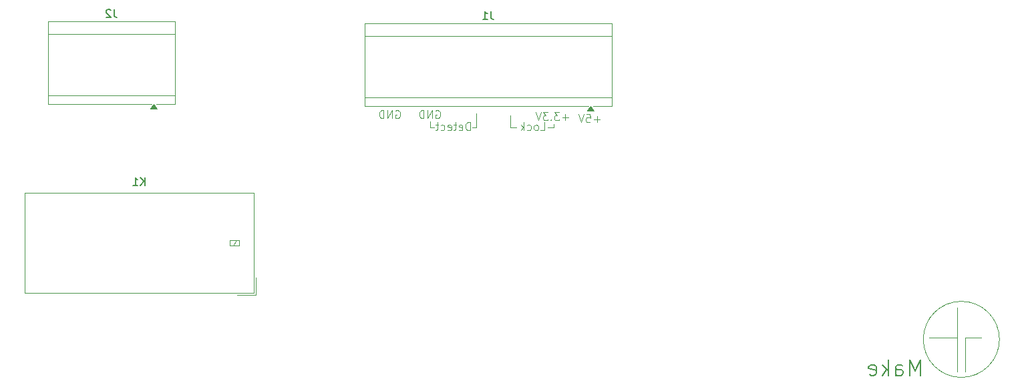
<source format=gbr>
%TF.GenerationSoftware,KiCad,Pcbnew,9.0.2*%
%TF.CreationDate,2025-08-18T15:59:43+02:00*%
%TF.ProjectId,esp32c6-charger,65737033-3263-4362-9d63-686172676572,rev?*%
%TF.SameCoordinates,Original*%
%TF.FileFunction,Legend,Bot*%
%TF.FilePolarity,Positive*%
%FSLAX46Y46*%
G04 Gerber Fmt 4.6, Leading zero omitted, Abs format (unit mm)*
G04 Created by KiCad (PCBNEW 9.0.2) date 2025-08-18 15:59:43*
%MOMM*%
%LPD*%
G01*
G04 APERTURE LIST*
%ADD10C,0.200000*%
%ADD11C,0.100000*%
%ADD12C,0.150000*%
%ADD13C,0.120000*%
G04 APERTURE END LIST*
D10*
X193194231Y-135888838D02*
X193194231Y-133888838D01*
X193194231Y-133888838D02*
X192527564Y-135317409D01*
X192527564Y-135317409D02*
X191860898Y-133888838D01*
X191860898Y-133888838D02*
X191860898Y-135888838D01*
X190051374Y-135888838D02*
X190051374Y-134841219D01*
X190051374Y-134841219D02*
X190146612Y-134650742D01*
X190146612Y-134650742D02*
X190337088Y-134555504D01*
X190337088Y-134555504D02*
X190718041Y-134555504D01*
X190718041Y-134555504D02*
X190908517Y-134650742D01*
X190051374Y-135793600D02*
X190241850Y-135888838D01*
X190241850Y-135888838D02*
X190718041Y-135888838D01*
X190718041Y-135888838D02*
X190908517Y-135793600D01*
X190908517Y-135793600D02*
X191003755Y-135603123D01*
X191003755Y-135603123D02*
X191003755Y-135412647D01*
X191003755Y-135412647D02*
X190908517Y-135222171D01*
X190908517Y-135222171D02*
X190718041Y-135126933D01*
X190718041Y-135126933D02*
X190241850Y-135126933D01*
X190241850Y-135126933D02*
X190051374Y-135031695D01*
X189098993Y-135888838D02*
X189098993Y-133888838D01*
X188908517Y-135126933D02*
X188337088Y-135888838D01*
X188337088Y-134555504D02*
X189098993Y-135317409D01*
X186718040Y-135793600D02*
X186908516Y-135888838D01*
X186908516Y-135888838D02*
X187289469Y-135888838D01*
X187289469Y-135888838D02*
X187479945Y-135793600D01*
X187479945Y-135793600D02*
X187575183Y-135603123D01*
X187575183Y-135603123D02*
X187575183Y-134841219D01*
X187575183Y-134841219D02*
X187479945Y-134650742D01*
X187479945Y-134650742D02*
X187289469Y-134555504D01*
X187289469Y-134555504D02*
X186908516Y-134555504D01*
X186908516Y-134555504D02*
X186718040Y-134650742D01*
X186718040Y-134650742D02*
X186622802Y-134841219D01*
X186622802Y-134841219D02*
X186622802Y-135031695D01*
X186622802Y-135031695D02*
X187575183Y-135222171D01*
D11*
X198882000Y-131064000D02*
X200914000Y-131064000D01*
X198882000Y-135382000D02*
X198882000Y-131064000D01*
X198882000Y-131064000D02*
X198882000Y-135382000D01*
X197866000Y-131064000D02*
X194310000Y-131064000D01*
X197866000Y-127254000D02*
X197866000Y-135382000D01*
X203200000Y-131318000D02*
G75*
G02*
X193548000Y-131318000I-4826000J0D01*
G01*
X193548000Y-131318000D02*
G75*
G02*
X203200000Y-131318000I4826000J0D01*
G01*
X136906000Y-104394000D02*
X136398000Y-104394000D01*
X136906000Y-102616000D02*
X136906000Y-104394000D01*
X131064000Y-104394000D02*
X131572000Y-104394000D01*
X131064000Y-103632000D02*
X131064000Y-104394000D01*
X141224000Y-104394000D02*
X141986000Y-104394000D01*
X141224000Y-102870000D02*
X141224000Y-104394000D01*
X146685000Y-104394000D02*
X145923000Y-104394000D01*
X146685000Y-104013000D02*
X146685000Y-104394000D01*
X136094115Y-104774419D02*
X136094115Y-103774419D01*
X136094115Y-103774419D02*
X135856020Y-103774419D01*
X135856020Y-103774419D02*
X135713163Y-103822038D01*
X135713163Y-103822038D02*
X135617925Y-103917276D01*
X135617925Y-103917276D02*
X135570306Y-104012514D01*
X135570306Y-104012514D02*
X135522687Y-104202990D01*
X135522687Y-104202990D02*
X135522687Y-104345847D01*
X135522687Y-104345847D02*
X135570306Y-104536323D01*
X135570306Y-104536323D02*
X135617925Y-104631561D01*
X135617925Y-104631561D02*
X135713163Y-104726800D01*
X135713163Y-104726800D02*
X135856020Y-104774419D01*
X135856020Y-104774419D02*
X136094115Y-104774419D01*
X134713163Y-104726800D02*
X134808401Y-104774419D01*
X134808401Y-104774419D02*
X134998877Y-104774419D01*
X134998877Y-104774419D02*
X135094115Y-104726800D01*
X135094115Y-104726800D02*
X135141734Y-104631561D01*
X135141734Y-104631561D02*
X135141734Y-104250609D01*
X135141734Y-104250609D02*
X135094115Y-104155371D01*
X135094115Y-104155371D02*
X134998877Y-104107752D01*
X134998877Y-104107752D02*
X134808401Y-104107752D01*
X134808401Y-104107752D02*
X134713163Y-104155371D01*
X134713163Y-104155371D02*
X134665544Y-104250609D01*
X134665544Y-104250609D02*
X134665544Y-104345847D01*
X134665544Y-104345847D02*
X135141734Y-104441085D01*
X134379829Y-104107752D02*
X133998877Y-104107752D01*
X134236972Y-103774419D02*
X134236972Y-104631561D01*
X134236972Y-104631561D02*
X134189353Y-104726800D01*
X134189353Y-104726800D02*
X134094115Y-104774419D01*
X134094115Y-104774419D02*
X133998877Y-104774419D01*
X133284591Y-104726800D02*
X133379829Y-104774419D01*
X133379829Y-104774419D02*
X133570305Y-104774419D01*
X133570305Y-104774419D02*
X133665543Y-104726800D01*
X133665543Y-104726800D02*
X133713162Y-104631561D01*
X133713162Y-104631561D02*
X133713162Y-104250609D01*
X133713162Y-104250609D02*
X133665543Y-104155371D01*
X133665543Y-104155371D02*
X133570305Y-104107752D01*
X133570305Y-104107752D02*
X133379829Y-104107752D01*
X133379829Y-104107752D02*
X133284591Y-104155371D01*
X133284591Y-104155371D02*
X133236972Y-104250609D01*
X133236972Y-104250609D02*
X133236972Y-104345847D01*
X133236972Y-104345847D02*
X133713162Y-104441085D01*
X132379829Y-104726800D02*
X132475067Y-104774419D01*
X132475067Y-104774419D02*
X132665543Y-104774419D01*
X132665543Y-104774419D02*
X132760781Y-104726800D01*
X132760781Y-104726800D02*
X132808400Y-104679180D01*
X132808400Y-104679180D02*
X132856019Y-104583942D01*
X132856019Y-104583942D02*
X132856019Y-104298228D01*
X132856019Y-104298228D02*
X132808400Y-104202990D01*
X132808400Y-104202990D02*
X132760781Y-104155371D01*
X132760781Y-104155371D02*
X132665543Y-104107752D01*
X132665543Y-104107752D02*
X132475067Y-104107752D01*
X132475067Y-104107752D02*
X132379829Y-104155371D01*
X132094114Y-104107752D02*
X131713162Y-104107752D01*
X131951257Y-103774419D02*
X131951257Y-104631561D01*
X131951257Y-104631561D02*
X131903638Y-104726800D01*
X131903638Y-104726800D02*
X131808400Y-104774419D01*
X131808400Y-104774419D02*
X131713162Y-104774419D01*
X126680306Y-102298038D02*
X126775544Y-102250419D01*
X126775544Y-102250419D02*
X126918401Y-102250419D01*
X126918401Y-102250419D02*
X127061258Y-102298038D01*
X127061258Y-102298038D02*
X127156496Y-102393276D01*
X127156496Y-102393276D02*
X127204115Y-102488514D01*
X127204115Y-102488514D02*
X127251734Y-102678990D01*
X127251734Y-102678990D02*
X127251734Y-102821847D01*
X127251734Y-102821847D02*
X127204115Y-103012323D01*
X127204115Y-103012323D02*
X127156496Y-103107561D01*
X127156496Y-103107561D02*
X127061258Y-103202800D01*
X127061258Y-103202800D02*
X126918401Y-103250419D01*
X126918401Y-103250419D02*
X126823163Y-103250419D01*
X126823163Y-103250419D02*
X126680306Y-103202800D01*
X126680306Y-103202800D02*
X126632687Y-103155180D01*
X126632687Y-103155180D02*
X126632687Y-102821847D01*
X126632687Y-102821847D02*
X126823163Y-102821847D01*
X126204115Y-103250419D02*
X126204115Y-102250419D01*
X126204115Y-102250419D02*
X125632687Y-103250419D01*
X125632687Y-103250419D02*
X125632687Y-102250419D01*
X125156496Y-103250419D02*
X125156496Y-102250419D01*
X125156496Y-102250419D02*
X124918401Y-102250419D01*
X124918401Y-102250419D02*
X124775544Y-102298038D01*
X124775544Y-102298038D02*
X124680306Y-102393276D01*
X124680306Y-102393276D02*
X124632687Y-102488514D01*
X124632687Y-102488514D02*
X124585068Y-102678990D01*
X124585068Y-102678990D02*
X124585068Y-102821847D01*
X124585068Y-102821847D02*
X124632687Y-103012323D01*
X124632687Y-103012323D02*
X124680306Y-103107561D01*
X124680306Y-103107561D02*
X124775544Y-103202800D01*
X124775544Y-103202800D02*
X124918401Y-103250419D01*
X124918401Y-103250419D02*
X125156496Y-103250419D01*
X131760306Y-102298038D02*
X131855544Y-102250419D01*
X131855544Y-102250419D02*
X131998401Y-102250419D01*
X131998401Y-102250419D02*
X132141258Y-102298038D01*
X132141258Y-102298038D02*
X132236496Y-102393276D01*
X132236496Y-102393276D02*
X132284115Y-102488514D01*
X132284115Y-102488514D02*
X132331734Y-102678990D01*
X132331734Y-102678990D02*
X132331734Y-102821847D01*
X132331734Y-102821847D02*
X132284115Y-103012323D01*
X132284115Y-103012323D02*
X132236496Y-103107561D01*
X132236496Y-103107561D02*
X132141258Y-103202800D01*
X132141258Y-103202800D02*
X131998401Y-103250419D01*
X131998401Y-103250419D02*
X131903163Y-103250419D01*
X131903163Y-103250419D02*
X131760306Y-103202800D01*
X131760306Y-103202800D02*
X131712687Y-103155180D01*
X131712687Y-103155180D02*
X131712687Y-102821847D01*
X131712687Y-102821847D02*
X131903163Y-102821847D01*
X131284115Y-103250419D02*
X131284115Y-102250419D01*
X131284115Y-102250419D02*
X130712687Y-103250419D01*
X130712687Y-103250419D02*
X130712687Y-102250419D01*
X130236496Y-103250419D02*
X130236496Y-102250419D01*
X130236496Y-102250419D02*
X129998401Y-102250419D01*
X129998401Y-102250419D02*
X129855544Y-102298038D01*
X129855544Y-102298038D02*
X129760306Y-102393276D01*
X129760306Y-102393276D02*
X129712687Y-102488514D01*
X129712687Y-102488514D02*
X129665068Y-102678990D01*
X129665068Y-102678990D02*
X129665068Y-102821847D01*
X129665068Y-102821847D02*
X129712687Y-103012323D01*
X129712687Y-103012323D02*
X129760306Y-103107561D01*
X129760306Y-103107561D02*
X129855544Y-103202800D01*
X129855544Y-103202800D02*
X129998401Y-103250419D01*
X129998401Y-103250419D02*
X130236496Y-103250419D01*
X145015925Y-104774419D02*
X145492115Y-104774419D01*
X145492115Y-104774419D02*
X145492115Y-103774419D01*
X144539734Y-104774419D02*
X144634972Y-104726800D01*
X144634972Y-104726800D02*
X144682591Y-104679180D01*
X144682591Y-104679180D02*
X144730210Y-104583942D01*
X144730210Y-104583942D02*
X144730210Y-104298228D01*
X144730210Y-104298228D02*
X144682591Y-104202990D01*
X144682591Y-104202990D02*
X144634972Y-104155371D01*
X144634972Y-104155371D02*
X144539734Y-104107752D01*
X144539734Y-104107752D02*
X144396877Y-104107752D01*
X144396877Y-104107752D02*
X144301639Y-104155371D01*
X144301639Y-104155371D02*
X144254020Y-104202990D01*
X144254020Y-104202990D02*
X144206401Y-104298228D01*
X144206401Y-104298228D02*
X144206401Y-104583942D01*
X144206401Y-104583942D02*
X144254020Y-104679180D01*
X144254020Y-104679180D02*
X144301639Y-104726800D01*
X144301639Y-104726800D02*
X144396877Y-104774419D01*
X144396877Y-104774419D02*
X144539734Y-104774419D01*
X143349258Y-104726800D02*
X143444496Y-104774419D01*
X143444496Y-104774419D02*
X143634972Y-104774419D01*
X143634972Y-104774419D02*
X143730210Y-104726800D01*
X143730210Y-104726800D02*
X143777829Y-104679180D01*
X143777829Y-104679180D02*
X143825448Y-104583942D01*
X143825448Y-104583942D02*
X143825448Y-104298228D01*
X143825448Y-104298228D02*
X143777829Y-104202990D01*
X143777829Y-104202990D02*
X143730210Y-104155371D01*
X143730210Y-104155371D02*
X143634972Y-104107752D01*
X143634972Y-104107752D02*
X143444496Y-104107752D01*
X143444496Y-104107752D02*
X143349258Y-104155371D01*
X142920686Y-104774419D02*
X142920686Y-103774419D01*
X142825448Y-104393466D02*
X142539734Y-104774419D01*
X142539734Y-104107752D02*
X142920686Y-104488704D01*
X148540115Y-103123466D02*
X147778211Y-103123466D01*
X148159163Y-103504419D02*
X148159163Y-102742514D01*
X147397258Y-102504419D02*
X146778211Y-102504419D01*
X146778211Y-102504419D02*
X147111544Y-102885371D01*
X147111544Y-102885371D02*
X146968687Y-102885371D01*
X146968687Y-102885371D02*
X146873449Y-102932990D01*
X146873449Y-102932990D02*
X146825830Y-102980609D01*
X146825830Y-102980609D02*
X146778211Y-103075847D01*
X146778211Y-103075847D02*
X146778211Y-103313942D01*
X146778211Y-103313942D02*
X146825830Y-103409180D01*
X146825830Y-103409180D02*
X146873449Y-103456800D01*
X146873449Y-103456800D02*
X146968687Y-103504419D01*
X146968687Y-103504419D02*
X147254401Y-103504419D01*
X147254401Y-103504419D02*
X147349639Y-103456800D01*
X147349639Y-103456800D02*
X147397258Y-103409180D01*
X146349639Y-103409180D02*
X146302020Y-103456800D01*
X146302020Y-103456800D02*
X146349639Y-103504419D01*
X146349639Y-103504419D02*
X146397258Y-103456800D01*
X146397258Y-103456800D02*
X146349639Y-103409180D01*
X146349639Y-103409180D02*
X146349639Y-103504419D01*
X145968687Y-102504419D02*
X145349640Y-102504419D01*
X145349640Y-102504419D02*
X145682973Y-102885371D01*
X145682973Y-102885371D02*
X145540116Y-102885371D01*
X145540116Y-102885371D02*
X145444878Y-102932990D01*
X145444878Y-102932990D02*
X145397259Y-102980609D01*
X145397259Y-102980609D02*
X145349640Y-103075847D01*
X145349640Y-103075847D02*
X145349640Y-103313942D01*
X145349640Y-103313942D02*
X145397259Y-103409180D01*
X145397259Y-103409180D02*
X145444878Y-103456800D01*
X145444878Y-103456800D02*
X145540116Y-103504419D01*
X145540116Y-103504419D02*
X145825830Y-103504419D01*
X145825830Y-103504419D02*
X145921068Y-103456800D01*
X145921068Y-103456800D02*
X145968687Y-103409180D01*
X145063925Y-102504419D02*
X144730592Y-103504419D01*
X144730592Y-103504419D02*
X144397259Y-102504419D01*
X152560115Y-103377466D02*
X151798211Y-103377466D01*
X152179163Y-103758419D02*
X152179163Y-102996514D01*
X150845830Y-102758419D02*
X151322020Y-102758419D01*
X151322020Y-102758419D02*
X151369639Y-103234609D01*
X151369639Y-103234609D02*
X151322020Y-103186990D01*
X151322020Y-103186990D02*
X151226782Y-103139371D01*
X151226782Y-103139371D02*
X150988687Y-103139371D01*
X150988687Y-103139371D02*
X150893449Y-103186990D01*
X150893449Y-103186990D02*
X150845830Y-103234609D01*
X150845830Y-103234609D02*
X150798211Y-103329847D01*
X150798211Y-103329847D02*
X150798211Y-103567942D01*
X150798211Y-103567942D02*
X150845830Y-103663180D01*
X150845830Y-103663180D02*
X150893449Y-103710800D01*
X150893449Y-103710800D02*
X150988687Y-103758419D01*
X150988687Y-103758419D02*
X151226782Y-103758419D01*
X151226782Y-103758419D02*
X151322020Y-103710800D01*
X151322020Y-103710800D02*
X151369639Y-103663180D01*
X150512496Y-102758419D02*
X150179163Y-103758419D01*
X150179163Y-103758419D02*
X149845830Y-102758419D01*
D12*
X94909594Y-111768319D02*
X94909594Y-110768319D01*
X94338166Y-111768319D02*
X94766737Y-111196890D01*
X94338166Y-110768319D02*
X94909594Y-111339747D01*
X93385785Y-111768319D02*
X93957213Y-111768319D01*
X93671499Y-111768319D02*
X93671499Y-110768319D01*
X93671499Y-110768319D02*
X93766737Y-110911176D01*
X93766737Y-110911176D02*
X93861975Y-111006414D01*
X93861975Y-111006414D02*
X93957213Y-111054033D01*
X90965333Y-89446819D02*
X90965333Y-90161104D01*
X90965333Y-90161104D02*
X91012952Y-90303961D01*
X91012952Y-90303961D02*
X91108190Y-90399200D01*
X91108190Y-90399200D02*
X91251047Y-90446819D01*
X91251047Y-90446819D02*
X91346285Y-90446819D01*
X90536761Y-89542057D02*
X90489142Y-89494438D01*
X90489142Y-89494438D02*
X90393904Y-89446819D01*
X90393904Y-89446819D02*
X90155809Y-89446819D01*
X90155809Y-89446819D02*
X90060571Y-89494438D01*
X90060571Y-89494438D02*
X90012952Y-89542057D01*
X90012952Y-89542057D02*
X89965333Y-89637295D01*
X89965333Y-89637295D02*
X89965333Y-89732533D01*
X89965333Y-89732533D02*
X90012952Y-89875390D01*
X90012952Y-89875390D02*
X90584380Y-90446819D01*
X90584380Y-90446819D02*
X89965333Y-90446819D01*
X138717333Y-89700819D02*
X138717333Y-90415104D01*
X138717333Y-90415104D02*
X138764952Y-90557961D01*
X138764952Y-90557961D02*
X138860190Y-90653200D01*
X138860190Y-90653200D02*
X139003047Y-90700819D01*
X139003047Y-90700819D02*
X139098285Y-90700819D01*
X137717333Y-90700819D02*
X138288761Y-90700819D01*
X138003047Y-90700819D02*
X138003047Y-89700819D01*
X138003047Y-89700819D02*
X138098285Y-89843676D01*
X138098285Y-89843676D02*
X138193523Y-89938914D01*
X138193523Y-89938914D02*
X138288761Y-89986533D01*
D13*
%TO.C,K1*%
X108911500Y-125653500D02*
X108911500Y-123463500D01*
X106571500Y-125653500D02*
X108911500Y-125653500D01*
X108671500Y-125413500D02*
X79671500Y-125413500D01*
X79671500Y-125413500D02*
X79671500Y-112713500D01*
X106871500Y-119413500D02*
X105671500Y-119413500D01*
X106071500Y-119413500D02*
X106471500Y-118713500D01*
X105671500Y-119413500D02*
X105671500Y-118713500D01*
X106871500Y-118713500D02*
X106871500Y-119413500D01*
X105671500Y-118713500D02*
X106871500Y-118713500D01*
X108671500Y-112713500D02*
X108671500Y-125413500D01*
X79671500Y-112713500D02*
X108671500Y-112713500D01*
%TO.C,J2*%
X96452000Y-102092000D02*
X95572000Y-102092000D01*
X96012000Y-101482000D01*
X96452000Y-102092000D01*
G36*
X96452000Y-102092000D02*
G01*
X95572000Y-102092000D01*
X96012000Y-101482000D01*
X96452000Y-102092000D01*
G37*
X82592000Y-90992000D02*
X82592000Y-101482000D01*
X95712000Y-101482000D02*
X82592000Y-101482000D01*
X98672000Y-101482000D02*
X96312000Y-101482000D01*
X98672000Y-100362000D02*
X82592000Y-100362000D01*
X98672000Y-92612000D02*
X82592000Y-92612000D01*
X98672000Y-90992000D02*
X82592000Y-90992000D01*
X98672000Y-90992000D02*
X98672000Y-101482000D01*
%TO.C,J1*%
X154044000Y-91246000D02*
X154044000Y-101736000D01*
X154044000Y-91246000D02*
X122724000Y-91246000D01*
X154044000Y-92866000D02*
X122724000Y-92866000D01*
X154044000Y-100616000D02*
X122724000Y-100616000D01*
X154044000Y-101736000D02*
X151684000Y-101736000D01*
X151084000Y-101736000D02*
X122724000Y-101736000D01*
X122724000Y-91246000D02*
X122724000Y-101736000D01*
X151824000Y-102346000D02*
X150944000Y-102346000D01*
X151384000Y-101736000D01*
X151824000Y-102346000D01*
G36*
X151824000Y-102346000D02*
G01*
X150944000Y-102346000D01*
X151384000Y-101736000D01*
X151824000Y-102346000D01*
G37*
%TD*%
M02*

</source>
